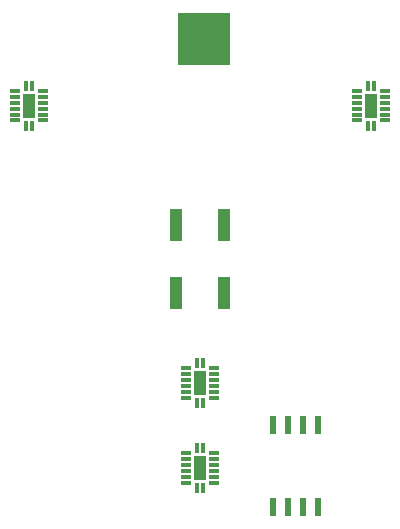
<source format=gbr>
G04 #@! TF.GenerationSoftware,KiCad,Pcbnew,(5.0.0)*
G04 #@! TF.CreationDate,2019-06-08T12:39:54-04:00*
G04 #@! TF.ProjectId,Tiny-er T,54696E792D657220542E6B696361645F,rev?*
G04 #@! TF.SameCoordinates,Original*
G04 #@! TF.FileFunction,Paste,Bot*
G04 #@! TF.FilePolarity,Positive*
%FSLAX46Y46*%
G04 Gerber Fmt 4.6, Leading zero omitted, Abs format (unit mm)*
G04 Created by KiCad (PCBNEW (5.0.0)) date 06/08/19 12:39:54*
%MOMM*%
%LPD*%
G01*
G04 APERTURE LIST*
%ADD10C,0.150000*%
%ADD11C,0.100000*%
%ADD12R,0.600000X1.550000*%
%ADD13R,1.000000X2.750000*%
%ADD14R,4.500000X4.500000*%
%ADD15R,1.000000X2.000000*%
%ADD16R,0.300000X0.850000*%
%ADD17R,0.850000X0.300000*%
G04 APERTURE END LIST*
D10*
G04 #@! TO.C,U3*
G36*
X126025000Y-88825000D02*
X126025000Y-88675000D01*
X125375000Y-88675000D01*
X125375000Y-88825000D01*
X126025000Y-88825000D01*
G37*
X126025000Y-88825000D02*
X126025000Y-88675000D01*
X125375000Y-88675000D01*
X125375000Y-88825000D01*
X126025000Y-88825000D01*
G36*
X126025000Y-88325000D02*
X126025000Y-88175000D01*
X125375000Y-88175000D01*
X125375000Y-88325000D01*
X126025000Y-88325000D01*
G37*
X126025000Y-88325000D02*
X126025000Y-88175000D01*
X125375000Y-88175000D01*
X125375000Y-88325000D01*
X126025000Y-88325000D01*
G36*
X126025000Y-87825000D02*
X126025000Y-87675000D01*
X125375000Y-87675000D01*
X125375000Y-87825000D01*
X126025000Y-87825000D01*
G37*
X126025000Y-87825000D02*
X126025000Y-87675000D01*
X125375000Y-87675000D01*
X125375000Y-87825000D01*
X126025000Y-87825000D01*
G36*
X126025000Y-87325000D02*
X126025000Y-87175000D01*
X125375000Y-87175000D01*
X125375000Y-87325000D01*
X126025000Y-87325000D01*
G37*
X126025000Y-87325000D02*
X126025000Y-87175000D01*
X125375000Y-87175000D01*
X125375000Y-87325000D01*
X126025000Y-87325000D01*
G36*
X126025000Y-86825000D02*
X126025000Y-86675000D01*
X125375000Y-86675000D01*
X125375000Y-86825000D01*
X126025000Y-86825000D01*
G37*
X126025000Y-86825000D02*
X126025000Y-86675000D01*
X125375000Y-86675000D01*
X125375000Y-86825000D01*
X126025000Y-86825000D01*
G36*
X126025000Y-86325000D02*
X126025000Y-86175000D01*
X125375000Y-86175000D01*
X125375000Y-86325000D01*
X126025000Y-86325000D01*
G37*
X126025000Y-86325000D02*
X126025000Y-86175000D01*
X125375000Y-86175000D01*
X125375000Y-86325000D01*
X126025000Y-86325000D01*
G36*
X124825000Y-85475000D02*
X124675000Y-85475000D01*
X124675000Y-86125000D01*
X124825000Y-86125000D01*
X124825000Y-85475000D01*
G37*
X124825000Y-85475000D02*
X124675000Y-85475000D01*
X124675000Y-86125000D01*
X124825000Y-86125000D01*
X124825000Y-85475000D01*
G36*
X124325000Y-85475000D02*
X124175000Y-85475000D01*
X124175000Y-86125000D01*
X124325000Y-86125000D01*
X124325000Y-85475000D01*
G37*
X124325000Y-85475000D02*
X124175000Y-85475000D01*
X124175000Y-86125000D01*
X124325000Y-86125000D01*
X124325000Y-85475000D01*
G36*
X123625000Y-86325000D02*
X123625000Y-86175000D01*
X122975000Y-86175000D01*
X122975000Y-86325000D01*
X123625000Y-86325000D01*
G37*
X123625000Y-86325000D02*
X123625000Y-86175000D01*
X122975000Y-86175000D01*
X122975000Y-86325000D01*
X123625000Y-86325000D01*
G36*
X123625000Y-86825000D02*
X123625000Y-86675000D01*
X122975000Y-86675000D01*
X122975000Y-86825000D01*
X123625000Y-86825000D01*
G37*
X123625000Y-86825000D02*
X123625000Y-86675000D01*
X122975000Y-86675000D01*
X122975000Y-86825000D01*
X123625000Y-86825000D01*
G36*
X123625000Y-87325000D02*
X123625000Y-87175000D01*
X122975000Y-87175000D01*
X122975000Y-87325000D01*
X123625000Y-87325000D01*
G37*
X123625000Y-87325000D02*
X123625000Y-87175000D01*
X122975000Y-87175000D01*
X122975000Y-87325000D01*
X123625000Y-87325000D01*
G36*
X123625000Y-87825000D02*
X123625000Y-87675000D01*
X122975000Y-87675000D01*
X122975000Y-87825000D01*
X123625000Y-87825000D01*
G37*
X123625000Y-87825000D02*
X123625000Y-87675000D01*
X122975000Y-87675000D01*
X122975000Y-87825000D01*
X123625000Y-87825000D01*
G36*
X123625000Y-88325000D02*
X123625000Y-88175000D01*
X122975000Y-88175000D01*
X122975000Y-88325000D01*
X123625000Y-88325000D01*
G37*
X123625000Y-88325000D02*
X123625000Y-88175000D01*
X122975000Y-88175000D01*
X122975000Y-88325000D01*
X123625000Y-88325000D01*
G36*
X123625000Y-88825000D02*
X123625000Y-88675000D01*
X122975000Y-88675000D01*
X122975000Y-88825000D01*
X123625000Y-88825000D01*
G37*
X123625000Y-88825000D02*
X123625000Y-88675000D01*
X122975000Y-88675000D01*
X122975000Y-88825000D01*
X123625000Y-88825000D01*
G36*
X124325000Y-88875000D02*
X124175000Y-88875000D01*
X124175000Y-89525000D01*
X124325000Y-89525000D01*
X124325000Y-88875000D01*
G37*
X124325000Y-88875000D02*
X124175000Y-88875000D01*
X124175000Y-89525000D01*
X124325000Y-89525000D01*
X124325000Y-88875000D01*
G36*
X124825000Y-88875000D02*
X124675000Y-88875000D01*
X124675000Y-89525000D01*
X124825000Y-89525000D01*
X124825000Y-88875000D01*
G37*
X124825000Y-88875000D02*
X124675000Y-88875000D01*
X124675000Y-89525000D01*
X124825000Y-89525000D01*
X124825000Y-88875000D01*
D11*
G36*
X124300000Y-86900000D02*
X124300000Y-88100000D01*
X124700000Y-88100000D01*
X124700000Y-86900000D01*
X124300000Y-86900000D01*
G37*
D10*
G04 #@! TO.C,U4*
G36*
X111525000Y-112325000D02*
X111525000Y-112175000D01*
X110875000Y-112175000D01*
X110875000Y-112325000D01*
X111525000Y-112325000D01*
G37*
X111525000Y-112325000D02*
X111525000Y-112175000D01*
X110875000Y-112175000D01*
X110875000Y-112325000D01*
X111525000Y-112325000D01*
G36*
X111525000Y-111825000D02*
X111525000Y-111675000D01*
X110875000Y-111675000D01*
X110875000Y-111825000D01*
X111525000Y-111825000D01*
G37*
X111525000Y-111825000D02*
X111525000Y-111675000D01*
X110875000Y-111675000D01*
X110875000Y-111825000D01*
X111525000Y-111825000D01*
G36*
X111525000Y-111325000D02*
X111525000Y-111175000D01*
X110875000Y-111175000D01*
X110875000Y-111325000D01*
X111525000Y-111325000D01*
G37*
X111525000Y-111325000D02*
X111525000Y-111175000D01*
X110875000Y-111175000D01*
X110875000Y-111325000D01*
X111525000Y-111325000D01*
G36*
X111525000Y-110825000D02*
X111525000Y-110675000D01*
X110875000Y-110675000D01*
X110875000Y-110825000D01*
X111525000Y-110825000D01*
G37*
X111525000Y-110825000D02*
X111525000Y-110675000D01*
X110875000Y-110675000D01*
X110875000Y-110825000D01*
X111525000Y-110825000D01*
G36*
X111525000Y-110325000D02*
X111525000Y-110175000D01*
X110875000Y-110175000D01*
X110875000Y-110325000D01*
X111525000Y-110325000D01*
G37*
X111525000Y-110325000D02*
X111525000Y-110175000D01*
X110875000Y-110175000D01*
X110875000Y-110325000D01*
X111525000Y-110325000D01*
G36*
X111525000Y-109825000D02*
X111525000Y-109675000D01*
X110875000Y-109675000D01*
X110875000Y-109825000D01*
X111525000Y-109825000D01*
G37*
X111525000Y-109825000D02*
X111525000Y-109675000D01*
X110875000Y-109675000D01*
X110875000Y-109825000D01*
X111525000Y-109825000D01*
G36*
X110325000Y-108975000D02*
X110175000Y-108975000D01*
X110175000Y-109625000D01*
X110325000Y-109625000D01*
X110325000Y-108975000D01*
G37*
X110325000Y-108975000D02*
X110175000Y-108975000D01*
X110175000Y-109625000D01*
X110325000Y-109625000D01*
X110325000Y-108975000D01*
G36*
X109825000Y-108975000D02*
X109675000Y-108975000D01*
X109675000Y-109625000D01*
X109825000Y-109625000D01*
X109825000Y-108975000D01*
G37*
X109825000Y-108975000D02*
X109675000Y-108975000D01*
X109675000Y-109625000D01*
X109825000Y-109625000D01*
X109825000Y-108975000D01*
G36*
X109125000Y-109825000D02*
X109125000Y-109675000D01*
X108475000Y-109675000D01*
X108475000Y-109825000D01*
X109125000Y-109825000D01*
G37*
X109125000Y-109825000D02*
X109125000Y-109675000D01*
X108475000Y-109675000D01*
X108475000Y-109825000D01*
X109125000Y-109825000D01*
G36*
X109125000Y-110325000D02*
X109125000Y-110175000D01*
X108475000Y-110175000D01*
X108475000Y-110325000D01*
X109125000Y-110325000D01*
G37*
X109125000Y-110325000D02*
X109125000Y-110175000D01*
X108475000Y-110175000D01*
X108475000Y-110325000D01*
X109125000Y-110325000D01*
G36*
X109125000Y-110825000D02*
X109125000Y-110675000D01*
X108475000Y-110675000D01*
X108475000Y-110825000D01*
X109125000Y-110825000D01*
G37*
X109125000Y-110825000D02*
X109125000Y-110675000D01*
X108475000Y-110675000D01*
X108475000Y-110825000D01*
X109125000Y-110825000D01*
G36*
X109125000Y-111325000D02*
X109125000Y-111175000D01*
X108475000Y-111175000D01*
X108475000Y-111325000D01*
X109125000Y-111325000D01*
G37*
X109125000Y-111325000D02*
X109125000Y-111175000D01*
X108475000Y-111175000D01*
X108475000Y-111325000D01*
X109125000Y-111325000D01*
G36*
X109125000Y-111825000D02*
X109125000Y-111675000D01*
X108475000Y-111675000D01*
X108475000Y-111825000D01*
X109125000Y-111825000D01*
G37*
X109125000Y-111825000D02*
X109125000Y-111675000D01*
X108475000Y-111675000D01*
X108475000Y-111825000D01*
X109125000Y-111825000D01*
G36*
X109125000Y-112325000D02*
X109125000Y-112175000D01*
X108475000Y-112175000D01*
X108475000Y-112325000D01*
X109125000Y-112325000D01*
G37*
X109125000Y-112325000D02*
X109125000Y-112175000D01*
X108475000Y-112175000D01*
X108475000Y-112325000D01*
X109125000Y-112325000D01*
G36*
X109825000Y-112375000D02*
X109675000Y-112375000D01*
X109675000Y-113025000D01*
X109825000Y-113025000D01*
X109825000Y-112375000D01*
G37*
X109825000Y-112375000D02*
X109675000Y-112375000D01*
X109675000Y-113025000D01*
X109825000Y-113025000D01*
X109825000Y-112375000D01*
G36*
X110325000Y-112375000D02*
X110175000Y-112375000D01*
X110175000Y-113025000D01*
X110325000Y-113025000D01*
X110325000Y-112375000D01*
G37*
X110325000Y-112375000D02*
X110175000Y-112375000D01*
X110175000Y-113025000D01*
X110325000Y-113025000D01*
X110325000Y-112375000D01*
D11*
G36*
X109800000Y-110400000D02*
X109800000Y-111600000D01*
X110200000Y-111600000D01*
X110200000Y-110400000D01*
X109800000Y-110400000D01*
G37*
D10*
G04 #@! TO.C,U5*
G36*
X108475000Y-116875000D02*
X108475000Y-117025000D01*
X109125000Y-117025000D01*
X109125000Y-116875000D01*
X108475000Y-116875000D01*
G37*
X108475000Y-116875000D02*
X108475000Y-117025000D01*
X109125000Y-117025000D01*
X109125000Y-116875000D01*
X108475000Y-116875000D01*
G36*
X108475000Y-117375000D02*
X108475000Y-117525000D01*
X109125000Y-117525000D01*
X109125000Y-117375000D01*
X108475000Y-117375000D01*
G37*
X108475000Y-117375000D02*
X108475000Y-117525000D01*
X109125000Y-117525000D01*
X109125000Y-117375000D01*
X108475000Y-117375000D01*
G36*
X108475000Y-117875000D02*
X108475000Y-118025000D01*
X109125000Y-118025000D01*
X109125000Y-117875000D01*
X108475000Y-117875000D01*
G37*
X108475000Y-117875000D02*
X108475000Y-118025000D01*
X109125000Y-118025000D01*
X109125000Y-117875000D01*
X108475000Y-117875000D01*
G36*
X108475000Y-118375000D02*
X108475000Y-118525000D01*
X109125000Y-118525000D01*
X109125000Y-118375000D01*
X108475000Y-118375000D01*
G37*
X108475000Y-118375000D02*
X108475000Y-118525000D01*
X109125000Y-118525000D01*
X109125000Y-118375000D01*
X108475000Y-118375000D01*
G36*
X108475000Y-118875000D02*
X108475000Y-119025000D01*
X109125000Y-119025000D01*
X109125000Y-118875000D01*
X108475000Y-118875000D01*
G37*
X108475000Y-118875000D02*
X108475000Y-119025000D01*
X109125000Y-119025000D01*
X109125000Y-118875000D01*
X108475000Y-118875000D01*
G36*
X108475000Y-119375000D02*
X108475000Y-119525000D01*
X109125000Y-119525000D01*
X109125000Y-119375000D01*
X108475000Y-119375000D01*
G37*
X108475000Y-119375000D02*
X108475000Y-119525000D01*
X109125000Y-119525000D01*
X109125000Y-119375000D01*
X108475000Y-119375000D01*
G36*
X109675000Y-120225000D02*
X109825000Y-120225000D01*
X109825000Y-119575000D01*
X109675000Y-119575000D01*
X109675000Y-120225000D01*
G37*
X109675000Y-120225000D02*
X109825000Y-120225000D01*
X109825000Y-119575000D01*
X109675000Y-119575000D01*
X109675000Y-120225000D01*
G36*
X110175000Y-120225000D02*
X110325000Y-120225000D01*
X110325000Y-119575000D01*
X110175000Y-119575000D01*
X110175000Y-120225000D01*
G37*
X110175000Y-120225000D02*
X110325000Y-120225000D01*
X110325000Y-119575000D01*
X110175000Y-119575000D01*
X110175000Y-120225000D01*
G36*
X110875000Y-119375000D02*
X110875000Y-119525000D01*
X111525000Y-119525000D01*
X111525000Y-119375000D01*
X110875000Y-119375000D01*
G37*
X110875000Y-119375000D02*
X110875000Y-119525000D01*
X111525000Y-119525000D01*
X111525000Y-119375000D01*
X110875000Y-119375000D01*
G36*
X110875000Y-118875000D02*
X110875000Y-119025000D01*
X111525000Y-119025000D01*
X111525000Y-118875000D01*
X110875000Y-118875000D01*
G37*
X110875000Y-118875000D02*
X110875000Y-119025000D01*
X111525000Y-119025000D01*
X111525000Y-118875000D01*
X110875000Y-118875000D01*
G36*
X110875000Y-118375000D02*
X110875000Y-118525000D01*
X111525000Y-118525000D01*
X111525000Y-118375000D01*
X110875000Y-118375000D01*
G37*
X110875000Y-118375000D02*
X110875000Y-118525000D01*
X111525000Y-118525000D01*
X111525000Y-118375000D01*
X110875000Y-118375000D01*
G36*
X110875000Y-117875000D02*
X110875000Y-118025000D01*
X111525000Y-118025000D01*
X111525000Y-117875000D01*
X110875000Y-117875000D01*
G37*
X110875000Y-117875000D02*
X110875000Y-118025000D01*
X111525000Y-118025000D01*
X111525000Y-117875000D01*
X110875000Y-117875000D01*
G36*
X110875000Y-117375000D02*
X110875000Y-117525000D01*
X111525000Y-117525000D01*
X111525000Y-117375000D01*
X110875000Y-117375000D01*
G37*
X110875000Y-117375000D02*
X110875000Y-117525000D01*
X111525000Y-117525000D01*
X111525000Y-117375000D01*
X110875000Y-117375000D01*
G36*
X110875000Y-116875000D02*
X110875000Y-117025000D01*
X111525000Y-117025000D01*
X111525000Y-116875000D01*
X110875000Y-116875000D01*
G37*
X110875000Y-116875000D02*
X110875000Y-117025000D01*
X111525000Y-117025000D01*
X111525000Y-116875000D01*
X110875000Y-116875000D01*
G36*
X110175000Y-116825000D02*
X110325000Y-116825000D01*
X110325000Y-116175000D01*
X110175000Y-116175000D01*
X110175000Y-116825000D01*
G37*
X110175000Y-116825000D02*
X110325000Y-116825000D01*
X110325000Y-116175000D01*
X110175000Y-116175000D01*
X110175000Y-116825000D01*
G36*
X109675000Y-116825000D02*
X109825000Y-116825000D01*
X109825000Y-116175000D01*
X109675000Y-116175000D01*
X109675000Y-116825000D01*
G37*
X109675000Y-116825000D02*
X109825000Y-116825000D01*
X109825000Y-116175000D01*
X109675000Y-116175000D01*
X109675000Y-116825000D01*
D11*
G36*
X110200000Y-118800000D02*
X110200000Y-117600000D01*
X109800000Y-117600000D01*
X109800000Y-118800000D01*
X110200000Y-118800000D01*
G37*
D10*
G04 #@! TO.C,U6*
G36*
X97025000Y-88825000D02*
X97025000Y-88675000D01*
X96375000Y-88675000D01*
X96375000Y-88825000D01*
X97025000Y-88825000D01*
G37*
X97025000Y-88825000D02*
X97025000Y-88675000D01*
X96375000Y-88675000D01*
X96375000Y-88825000D01*
X97025000Y-88825000D01*
G36*
X97025000Y-88325000D02*
X97025000Y-88175000D01*
X96375000Y-88175000D01*
X96375000Y-88325000D01*
X97025000Y-88325000D01*
G37*
X97025000Y-88325000D02*
X97025000Y-88175000D01*
X96375000Y-88175000D01*
X96375000Y-88325000D01*
X97025000Y-88325000D01*
G36*
X97025000Y-87825000D02*
X97025000Y-87675000D01*
X96375000Y-87675000D01*
X96375000Y-87825000D01*
X97025000Y-87825000D01*
G37*
X97025000Y-87825000D02*
X97025000Y-87675000D01*
X96375000Y-87675000D01*
X96375000Y-87825000D01*
X97025000Y-87825000D01*
G36*
X97025000Y-87325000D02*
X97025000Y-87175000D01*
X96375000Y-87175000D01*
X96375000Y-87325000D01*
X97025000Y-87325000D01*
G37*
X97025000Y-87325000D02*
X97025000Y-87175000D01*
X96375000Y-87175000D01*
X96375000Y-87325000D01*
X97025000Y-87325000D01*
G36*
X97025000Y-86825000D02*
X97025000Y-86675000D01*
X96375000Y-86675000D01*
X96375000Y-86825000D01*
X97025000Y-86825000D01*
G37*
X97025000Y-86825000D02*
X97025000Y-86675000D01*
X96375000Y-86675000D01*
X96375000Y-86825000D01*
X97025000Y-86825000D01*
G36*
X97025000Y-86325000D02*
X97025000Y-86175000D01*
X96375000Y-86175000D01*
X96375000Y-86325000D01*
X97025000Y-86325000D01*
G37*
X97025000Y-86325000D02*
X97025000Y-86175000D01*
X96375000Y-86175000D01*
X96375000Y-86325000D01*
X97025000Y-86325000D01*
G36*
X95825000Y-85475000D02*
X95675000Y-85475000D01*
X95675000Y-86125000D01*
X95825000Y-86125000D01*
X95825000Y-85475000D01*
G37*
X95825000Y-85475000D02*
X95675000Y-85475000D01*
X95675000Y-86125000D01*
X95825000Y-86125000D01*
X95825000Y-85475000D01*
G36*
X95325000Y-85475000D02*
X95175000Y-85475000D01*
X95175000Y-86125000D01*
X95325000Y-86125000D01*
X95325000Y-85475000D01*
G37*
X95325000Y-85475000D02*
X95175000Y-85475000D01*
X95175000Y-86125000D01*
X95325000Y-86125000D01*
X95325000Y-85475000D01*
G36*
X94625000Y-86325000D02*
X94625000Y-86175000D01*
X93975000Y-86175000D01*
X93975000Y-86325000D01*
X94625000Y-86325000D01*
G37*
X94625000Y-86325000D02*
X94625000Y-86175000D01*
X93975000Y-86175000D01*
X93975000Y-86325000D01*
X94625000Y-86325000D01*
G36*
X94625000Y-86825000D02*
X94625000Y-86675000D01*
X93975000Y-86675000D01*
X93975000Y-86825000D01*
X94625000Y-86825000D01*
G37*
X94625000Y-86825000D02*
X94625000Y-86675000D01*
X93975000Y-86675000D01*
X93975000Y-86825000D01*
X94625000Y-86825000D01*
G36*
X94625000Y-87325000D02*
X94625000Y-87175000D01*
X93975000Y-87175000D01*
X93975000Y-87325000D01*
X94625000Y-87325000D01*
G37*
X94625000Y-87325000D02*
X94625000Y-87175000D01*
X93975000Y-87175000D01*
X93975000Y-87325000D01*
X94625000Y-87325000D01*
G36*
X94625000Y-87825000D02*
X94625000Y-87675000D01*
X93975000Y-87675000D01*
X93975000Y-87825000D01*
X94625000Y-87825000D01*
G37*
X94625000Y-87825000D02*
X94625000Y-87675000D01*
X93975000Y-87675000D01*
X93975000Y-87825000D01*
X94625000Y-87825000D01*
G36*
X94625000Y-88325000D02*
X94625000Y-88175000D01*
X93975000Y-88175000D01*
X93975000Y-88325000D01*
X94625000Y-88325000D01*
G37*
X94625000Y-88325000D02*
X94625000Y-88175000D01*
X93975000Y-88175000D01*
X93975000Y-88325000D01*
X94625000Y-88325000D01*
G36*
X94625000Y-88825000D02*
X94625000Y-88675000D01*
X93975000Y-88675000D01*
X93975000Y-88825000D01*
X94625000Y-88825000D01*
G37*
X94625000Y-88825000D02*
X94625000Y-88675000D01*
X93975000Y-88675000D01*
X93975000Y-88825000D01*
X94625000Y-88825000D01*
G36*
X95325000Y-88875000D02*
X95175000Y-88875000D01*
X95175000Y-89525000D01*
X95325000Y-89525000D01*
X95325000Y-88875000D01*
G37*
X95325000Y-88875000D02*
X95175000Y-88875000D01*
X95175000Y-89525000D01*
X95325000Y-89525000D01*
X95325000Y-88875000D01*
G36*
X95825000Y-88875000D02*
X95675000Y-88875000D01*
X95675000Y-89525000D01*
X95825000Y-89525000D01*
X95825000Y-88875000D01*
G37*
X95825000Y-88875000D02*
X95675000Y-88875000D01*
X95675000Y-89525000D01*
X95825000Y-89525000D01*
X95825000Y-88875000D01*
D11*
G36*
X95300000Y-86900000D02*
X95300000Y-88100000D01*
X95700000Y-88100000D01*
X95700000Y-86900000D01*
X95300000Y-86900000D01*
G37*
G04 #@! TD*
D12*
G04 #@! TO.C,U1*
X116195000Y-121500000D03*
X117460000Y-121500000D03*
X118730000Y-121500000D03*
X120000000Y-121500000D03*
X120000000Y-114500000D03*
X118730000Y-114500000D03*
X117460000Y-114500000D03*
X116190000Y-114500000D03*
G04 #@! TD*
D13*
G04 #@! TO.C,SW1*
X112000000Y-97620000D03*
X112000000Y-103380000D03*
X108000000Y-103380000D03*
X108000000Y-97620000D03*
G04 #@! TD*
D14*
G04 #@! TO.C,J1*
X110367000Y-81826100D03*
G04 #@! TD*
D15*
G04 #@! TO.C,U3*
X124500000Y-87500000D03*
D16*
X124750000Y-85800000D03*
X124250000Y-85800000D03*
D17*
X123300000Y-86250000D03*
X123300000Y-86750000D03*
X123300000Y-87250000D03*
X123300000Y-87750000D03*
X123300000Y-88250000D03*
X123300000Y-88750000D03*
D16*
X124250000Y-89200000D03*
X124750000Y-89200000D03*
D17*
X125700000Y-88750000D03*
X125700000Y-88250000D03*
X125700000Y-87750000D03*
X125700000Y-87250000D03*
X125700000Y-86750000D03*
X125700000Y-86250000D03*
G04 #@! TD*
D15*
G04 #@! TO.C,U4*
X110000000Y-111000000D03*
D16*
X110250000Y-109300000D03*
X109750000Y-109300000D03*
D17*
X108800000Y-109750000D03*
X108800000Y-110250000D03*
X108800000Y-110750000D03*
X108800000Y-111250000D03*
X108800000Y-111750000D03*
X108800000Y-112250000D03*
D16*
X109750000Y-112700000D03*
X110250000Y-112700000D03*
D17*
X111200000Y-112250000D03*
X111200000Y-111750000D03*
X111200000Y-111250000D03*
X111200000Y-110750000D03*
X111200000Y-110250000D03*
X111200000Y-109750000D03*
G04 #@! TD*
D15*
G04 #@! TO.C,U5*
X110000000Y-118200000D03*
D16*
X109750000Y-119900000D03*
X110250000Y-119900000D03*
D17*
X111200000Y-119450000D03*
X111200000Y-118950000D03*
X111200000Y-118450000D03*
X111200000Y-117950000D03*
X111200000Y-117450000D03*
X111200000Y-116950000D03*
D16*
X110250000Y-116500000D03*
X109750000Y-116500000D03*
D17*
X108800000Y-116950000D03*
X108800000Y-117450000D03*
X108800000Y-117950000D03*
X108800000Y-118450000D03*
X108800000Y-118950000D03*
X108800000Y-119450000D03*
G04 #@! TD*
D15*
G04 #@! TO.C,U6*
X95500000Y-87500000D03*
D16*
X95750000Y-85800000D03*
X95250000Y-85800000D03*
D17*
X94300000Y-86250000D03*
X94300000Y-86750000D03*
X94300000Y-87250000D03*
X94300000Y-87750000D03*
X94300000Y-88250000D03*
X94300000Y-88750000D03*
D16*
X95250000Y-89200000D03*
X95750000Y-89200000D03*
D17*
X96700000Y-88750000D03*
X96700000Y-88250000D03*
X96700000Y-87750000D03*
X96700000Y-87250000D03*
X96700000Y-86750000D03*
X96700000Y-86250000D03*
G04 #@! TD*
M02*

</source>
